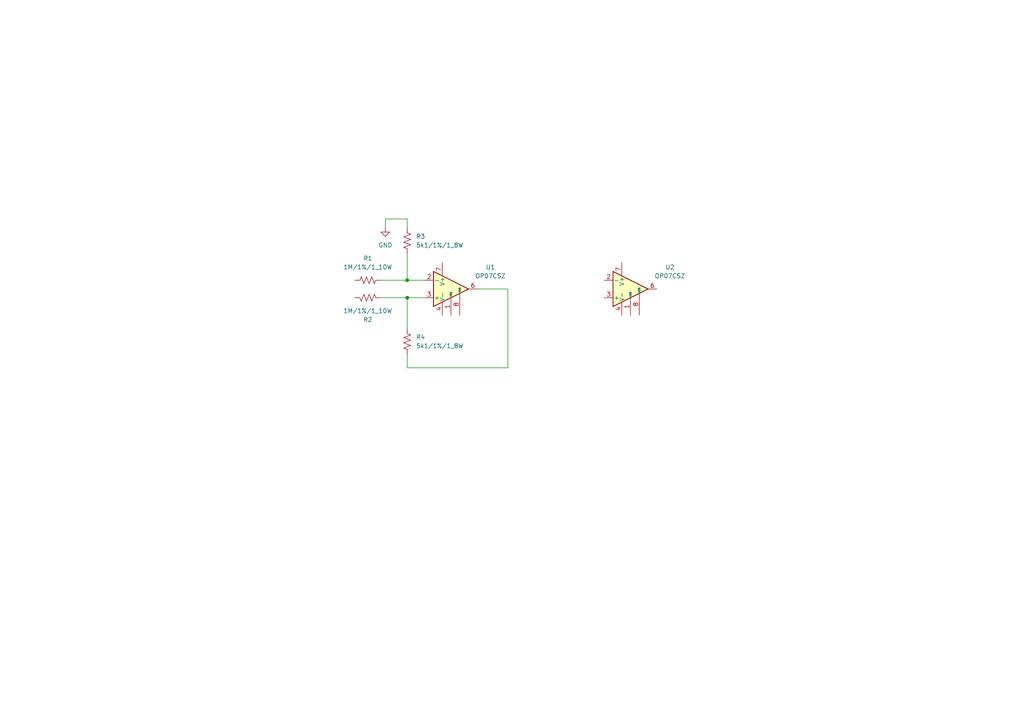
<source format=kicad_sch>
(kicad_sch (version 20231120) (generator "eeschema") (generator_version "8.0")
  (paper "A4")
  (lib_symbols
    (symbol "charge_battery_sym_lib:OP07CSZ" (pin_names (offset 0.127))
      (property "Reference" "U" (at -1.778 12.954 0))
      (property "Value" "OP07CSZ" (at 9.652 1.27 0))
      (symbol "OP07CSZ_0_1"
        (polyline (pts (xy 0 10.16) (xy 10.16 5.08) (xy 0 0) (xy 0 10.16)) (stroke (width 0.254)) (fill (type background)))
      )
      (symbol "OP07CSZ_1_1"
        (pin input line (at 5.08 -2.54 90) (length 5.08) (name "VOS") (number "1"))
        (pin input line (at -2.54 7.62 0) (length 2.54) (name "-") (number "2"))
        (pin input line (at -2.54 2.54 0) (length 2.54) (name "+") (number "3"))
        (pin power_in line (at 2.54 -2.54 90) (length 3.81) (name "V-") (number "4"))
        (pin no_connect line (at 5.08 7.62 270) (length 2.54) hide (name "NC") (number "5"))
        (pin output line (at 12.7 5.08 180) (length 2.54) (name "~") (number "6"))
        (pin power_in line (at 2.54 12.7 270) (length 3.81) (name "V+") (number "7"))
        (pin input line (at 7.62 -2.54 90) (length 6.35) (name "VOS") (number "8"))
      )
    )
    (symbol "charge_battery_sym_lib:Res_1M_0603_1%" (pin_numbers hide) (pin_names hide)
      (property "Reference" "R" (at 3.556 2.54 0))
      (property "Value" "1M/1%/1_10W" (at 4.064 -2.54 0))
      (symbol "Res_1M_0603_1%_0_1"
        (polyline (pts (xy 1.524 0) (xy 1.27 0)))
        (polyline (pts (xy 6.096 0) (xy 6.35 0)))
        (polyline (pts (xy 1.524 0) (xy 1.905 1.016) (xy 2.286 0) (xy 2.667 -1.016) (xy 3.048 0)))
        (polyline (pts (xy 3.048 0) (xy 3.429 1.016) (xy 3.81 0) (xy 4.191 -1.016) (xy 4.572 0)))
        (polyline (pts (xy 4.572 0) (xy 4.953 1.016) (xy 5.334 0) (xy 5.715 -1.016) (xy 6.096 0)))
      )
      (symbol "Res_1M_0603_1%_1_1"
        (pin passive line (at 0 0 0) (length 1.27) (name "~") (number "1"))
        (pin passive line (at 7.62 0 180) (length 1.27) (name "~") (number "2"))
      )
    )
    (symbol "charge_battery_sym_lib:Res_5k1_0805_1%" (pin_numbers hide) (pin_names hide)
      (property "Reference" "R" (at 0 0 0))
      (property "Value" "5k1/1%/1_8W" (at 0 0 0))
      (symbol "Res_5k1_0805_1%_0_1"
        (polyline (pts (xy -2.286 -2.54) (xy -2.54 -2.54)))
        (polyline (pts (xy 2.286 -2.54) (xy 2.54 -2.54)))
        (polyline (pts (xy -2.286 -2.54) (xy -1.905 -1.524) (xy -1.524 -2.54) (xy -1.143 -3.556) (xy -0.762 -2.54)))
        (polyline (pts (xy 0.762 -2.54) (xy 1.143 -1.524) (xy 1.524 -2.54) (xy 1.905 -3.556) (xy 2.286 -2.54)))
      )
      (symbol "Res_5k1_0805_1%_1_1"
        (polyline (pts (xy -0.762 -2.54) (xy -0.381 -1.524) (xy 0 -2.54) (xy 0.381 -3.556) (xy 0.762 -2.54)))
        (pin passive line (at -3.81 -2.54 0) (length 1.27) (name "~") (number "1"))
        (pin passive line (at 3.81 -2.54 180) (length 1.27) (name "~") (number "2"))
      )
    )
    (symbol "power:GND" (power) (pin_numbers hide) (pin_names (offset 0) hide)
      (property "Value" "GND" (at 0 -3.81 0))
      (symbol "GND_0_1"
        (polyline (pts (xy 0 0) (xy 0 -1.27) (xy 1.27 -1.27) (xy 0 -2.54) (xy -1.27 -1.27) (xy 0 -1.27)))
      )
      (symbol "GND_1_1"
        (pin power_in line (at 0 0 270) (length 0) (name "~") (number "1"))
      )
    )
  )
  (junction (at 118.11 81.28))
  (junction (at 118.11 86.36))
  (wire (pts (xy 110.49 81.28) (xy 118.11 81.28)))
  (wire (pts (xy 118.11 86.36) (xy 118.11 95.25)))
  (wire (pts (xy 147.32 83.82) (xy 138.43 83.82)))
  (wire (pts (xy 118.11 63.5) (xy 111.76 63.5)))
  (wire (pts (xy 118.11 86.36) (xy 123.19 86.36)))
  (wire (pts (xy 118.11 102.87) (xy 118.11 106.68)))
  (wire (pts (xy 111.76 63.5) (xy 111.76 66.04)))
  (wire (pts (xy 118.11 81.28) (xy 123.19 81.28)))
  (wire (pts (xy 118.11 66.04) (xy 118.11 63.5)))
  (wire (pts (xy 147.32 106.68) (xy 147.32 83.82)))
  (wire (pts (xy 118.11 106.68) (xy 147.32 106.68)))
  (wire (pts (xy 118.11 73.66) (xy 118.11 81.28)))
  (wire (pts (xy 110.49 86.36) (xy 118.11 86.36)))
  (symbol (lib_id "charge_battery_sym_lib:OP07CSZ") (at 177.8 88.9 0) (unit 1)
    (property "Reference" "U2" (at 194.31 77.5014 0))
    (property "Value" "OP07CSZ" (at 194.31 80.0414 0))
    (property "Footprint" "charge_battery_footprint_lib:SOIC-8" (effects (hide yes)))
    (property "Datasheet" "https://www.analog.com/media/en/technical-documentation/data-sheets/OP07.pdf" (effects (hide yes)))
    (property "Description" "OP07CSZ IC OPAMP General Purpose Amplifier 1 Circuit 600Khz, 8-SOIC" (effects (hide yes)))
    (property "Supply name " "Thegioiic" (effects (hide yes)))
    (property "Supply part number" "OP07CSZ IC OPAMP General Purpose Amplifier" (effects (hide yes)))
    (property "Supply URL" "https://www.thegioiic.com/op07csz-ic-opamp-general-purpose-amplifier-1-circuit-600khz-8-soic" (effects (hide yes)))
  )
  (symbol (lib_id "power:GND") (at 111.76 66.04 0) (unit 1)
    (property "Reference" "#PWR01" (effects (hide yes)))
    (property "Value" "GND" (at 111.76 71.12 0))
    (property "Description" "Power symbol creates a global label with name \"GND\" , ground" (effects (hide yes)))
  )
  (symbol (lib_id "charge_battery_sym_lib:Res_5k1_0805_1%") (at 115.57 99.06 90) (unit 1)
    (property "Reference" "R4" (at 120.65 97.7899 90) (effects (justify right)))
    (property "Value" "5k1/1%/1_8W" (at 120.65 100.3299 90) (effects (justify right)))
    (property "Footprint" "charge_battery_footprint_lib:Res_0805" (effects (hide yes)))
    (property "Supply Name" "thegioiic" (effects (hide yes)))
    (property "Supply Part Number" "Điện Trở 5.1 KOhm 0805 1%" (effects (hide yes)))
    (property "Supply URL" "https://www.thegioiic.com/dien-tro-5-1-kohm-0805-1-" (effects (hide yes)))
  )
  (symbol (lib_id "charge_battery_sym_lib:Res_5k1_0805_1%") (at 115.57 69.85 90) (unit 1)
    (property "Reference" "R3" (at 120.65 68.5799 90) (effects (justify right)))
    (property "Value" "5k1/1%/1_8W" (at 120.65 71.1199 90) (effects (justify right)))
    (property "Footprint" "charge_battery_footprint_lib:Res_0805" (effects (hide yes)))
    (property "Supply Name" "thegioiic" (effects (hide yes)))
    (property "Supply Part Number" "Điện Trở 5.1 KOhm 0805 1%" (effects (hide yes)))
    (property "Supply URL" "https://www.thegioiic.com/dien-tro-5-1-kohm-0805-1-" (effects (hide yes)))
  )
  (symbol (lib_id "charge_battery_sym_lib:Res_1M_0603_1%") (at 102.87 86.36 0) (mirror x) (unit 1)
    (property "Reference" "R2" (at 106.68 92.71 0))
    (property "Value" "1M/1%/1_10W" (at 106.68 90.17 0))
    (property "Footprint" "charge_battery_footprint_lib:Res_0603" (effects (hide yes)))
    (property "Description" "Res 1MOhm 0603 1%" (effects (hide yes)))
    (property "Supply name" "Thegioiic" (effects (hide yes)))
    (property "Supply part number" "Điện Trở 1 MOhm 0603 1%" (effects (hide yes)))
    (property "Supply URL" "https://www.thegioiic.com/dien-tro-1-mohm-0603-1-" (effects (hide yes)))
  )
  (symbol (lib_id "charge_battery_sym_lib:OP07CSZ") (at 125.73 88.9 0) (unit 1)
    (property "Reference" "U1" (at 142.24 77.5014 0))
    (property "Value" "OP07CSZ" (at 142.24 80.0414 0))
    (property "Footprint" "charge_battery_footprint_lib:SOIC-8" (effects (hide yes)))
    (property "Datasheet" "https://www.analog.com/media/en/technical-documentation/data-sheets/OP07.pdf" (effects (hide yes)))
    (property "Description" "OP07CSZ IC OPAMP General Purpose Amplifier 1 Circuit 600Khz, 8-SOIC" (effects (hide yes)))
    (property "Supply name " "Thegioiic" (effects (hide yes)))
    (property "Supply part number" "OP07CSZ IC OPAMP General Purpose Amplifier" (effects (hide yes)))
    (property "Supply URL" "https://www.thegioiic.com/op07csz-ic-opamp-general-purpose-amplifier-1-circuit-600khz-8-soic" (effects (hide yes)))
  )
  (symbol (lib_id "charge_battery_sym_lib:Res_1M_0603_1%") (at 102.87 81.28 0) (unit 1)
    (property "Reference" "R1" (at 106.68 74.93 0))
    (property "Value" "1M/1%/1_10W" (at 106.68 77.47 0))
    (property "Footprint" "charge_battery_footprint_lib:Res_0603" (effects (hide yes)))
    (property "Description" "Res 1MOhm 0603 1%" (effects (hide yes)))
    (property "Supply name" "Thegioiic" (effects (hide yes)))
    (property "Supply part number" "Điện Trở 1 MOhm 0603 1%" (effects (hide yes)))
    (property "Supply URL" "https://www.thegioiic.com/dien-tro-1-mohm-0603-1-" (effects (hide yes)))
  )
)
</source>
